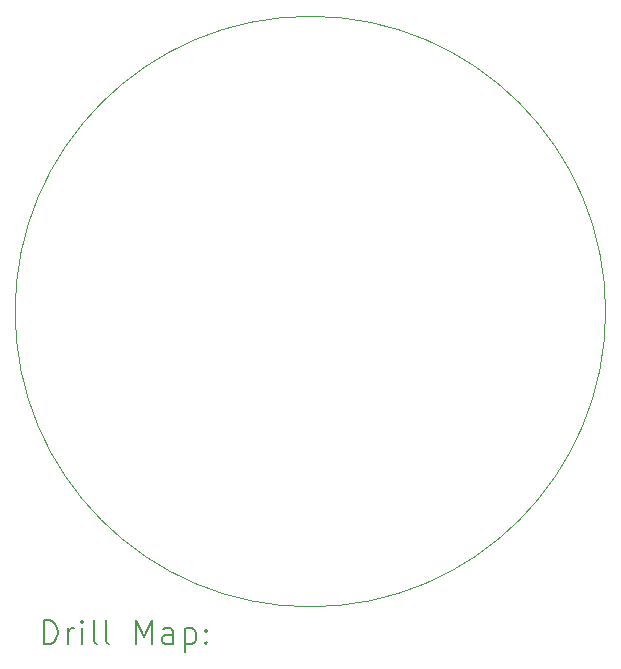
<source format=gbr>
%TF.GenerationSoftware,KiCad,Pcbnew,7.0.2*%
%TF.CreationDate,2023-05-30T15:49:42+02:00*%
%TF.ProjectId,oip_opa818,6f69705f-6f70-4613-9831-382e6b696361,rev?*%
%TF.SameCoordinates,Original*%
%TF.FileFunction,Drillmap*%
%TF.FilePolarity,Positive*%
%FSLAX45Y45*%
G04 Gerber Fmt 4.5, Leading zero omitted, Abs format (unit mm)*
G04 Created by KiCad (PCBNEW 7.0.2) date 2023-05-30 15:49:42*
%MOMM*%
%LPD*%
G01*
G04 APERTURE LIST*
%ADD10C,0.050000*%
%ADD11C,0.200000*%
G04 APERTURE END LIST*
D10*
X17500000Y-10000000D02*
G75*
G03*
X17500000Y-10000000I-2500000J0D01*
G01*
D11*
X12745119Y-12815024D02*
X12745119Y-12615024D01*
X12745119Y-12615024D02*
X12792738Y-12615024D01*
X12792738Y-12615024D02*
X12821309Y-12624548D01*
X12821309Y-12624548D02*
X12840357Y-12643595D01*
X12840357Y-12643595D02*
X12849881Y-12662643D01*
X12849881Y-12662643D02*
X12859405Y-12700738D01*
X12859405Y-12700738D02*
X12859405Y-12729309D01*
X12859405Y-12729309D02*
X12849881Y-12767405D01*
X12849881Y-12767405D02*
X12840357Y-12786452D01*
X12840357Y-12786452D02*
X12821309Y-12805500D01*
X12821309Y-12805500D02*
X12792738Y-12815024D01*
X12792738Y-12815024D02*
X12745119Y-12815024D01*
X12945119Y-12815024D02*
X12945119Y-12681690D01*
X12945119Y-12719786D02*
X12954643Y-12700738D01*
X12954643Y-12700738D02*
X12964167Y-12691214D01*
X12964167Y-12691214D02*
X12983214Y-12681690D01*
X12983214Y-12681690D02*
X13002262Y-12681690D01*
X13068928Y-12815024D02*
X13068928Y-12681690D01*
X13068928Y-12615024D02*
X13059405Y-12624548D01*
X13059405Y-12624548D02*
X13068928Y-12634071D01*
X13068928Y-12634071D02*
X13078452Y-12624548D01*
X13078452Y-12624548D02*
X13068928Y-12615024D01*
X13068928Y-12615024D02*
X13068928Y-12634071D01*
X13192738Y-12815024D02*
X13173690Y-12805500D01*
X13173690Y-12805500D02*
X13164167Y-12786452D01*
X13164167Y-12786452D02*
X13164167Y-12615024D01*
X13297500Y-12815024D02*
X13278452Y-12805500D01*
X13278452Y-12805500D02*
X13268928Y-12786452D01*
X13268928Y-12786452D02*
X13268928Y-12615024D01*
X13526071Y-12815024D02*
X13526071Y-12615024D01*
X13526071Y-12615024D02*
X13592738Y-12757881D01*
X13592738Y-12757881D02*
X13659405Y-12615024D01*
X13659405Y-12615024D02*
X13659405Y-12815024D01*
X13840357Y-12815024D02*
X13840357Y-12710262D01*
X13840357Y-12710262D02*
X13830833Y-12691214D01*
X13830833Y-12691214D02*
X13811786Y-12681690D01*
X13811786Y-12681690D02*
X13773690Y-12681690D01*
X13773690Y-12681690D02*
X13754643Y-12691214D01*
X13840357Y-12805500D02*
X13821309Y-12815024D01*
X13821309Y-12815024D02*
X13773690Y-12815024D01*
X13773690Y-12815024D02*
X13754643Y-12805500D01*
X13754643Y-12805500D02*
X13745119Y-12786452D01*
X13745119Y-12786452D02*
X13745119Y-12767405D01*
X13745119Y-12767405D02*
X13754643Y-12748357D01*
X13754643Y-12748357D02*
X13773690Y-12738833D01*
X13773690Y-12738833D02*
X13821309Y-12738833D01*
X13821309Y-12738833D02*
X13840357Y-12729309D01*
X13935595Y-12681690D02*
X13935595Y-12881690D01*
X13935595Y-12691214D02*
X13954643Y-12681690D01*
X13954643Y-12681690D02*
X13992738Y-12681690D01*
X13992738Y-12681690D02*
X14011786Y-12691214D01*
X14011786Y-12691214D02*
X14021309Y-12700738D01*
X14021309Y-12700738D02*
X14030833Y-12719786D01*
X14030833Y-12719786D02*
X14030833Y-12776928D01*
X14030833Y-12776928D02*
X14021309Y-12795976D01*
X14021309Y-12795976D02*
X14011786Y-12805500D01*
X14011786Y-12805500D02*
X13992738Y-12815024D01*
X13992738Y-12815024D02*
X13954643Y-12815024D01*
X13954643Y-12815024D02*
X13935595Y-12805500D01*
X14116548Y-12795976D02*
X14126071Y-12805500D01*
X14126071Y-12805500D02*
X14116548Y-12815024D01*
X14116548Y-12815024D02*
X14107024Y-12805500D01*
X14107024Y-12805500D02*
X14116548Y-12795976D01*
X14116548Y-12795976D02*
X14116548Y-12815024D01*
X14116548Y-12691214D02*
X14126071Y-12700738D01*
X14126071Y-12700738D02*
X14116548Y-12710262D01*
X14116548Y-12710262D02*
X14107024Y-12700738D01*
X14107024Y-12700738D02*
X14116548Y-12691214D01*
X14116548Y-12691214D02*
X14116548Y-12710262D01*
M02*

</source>
